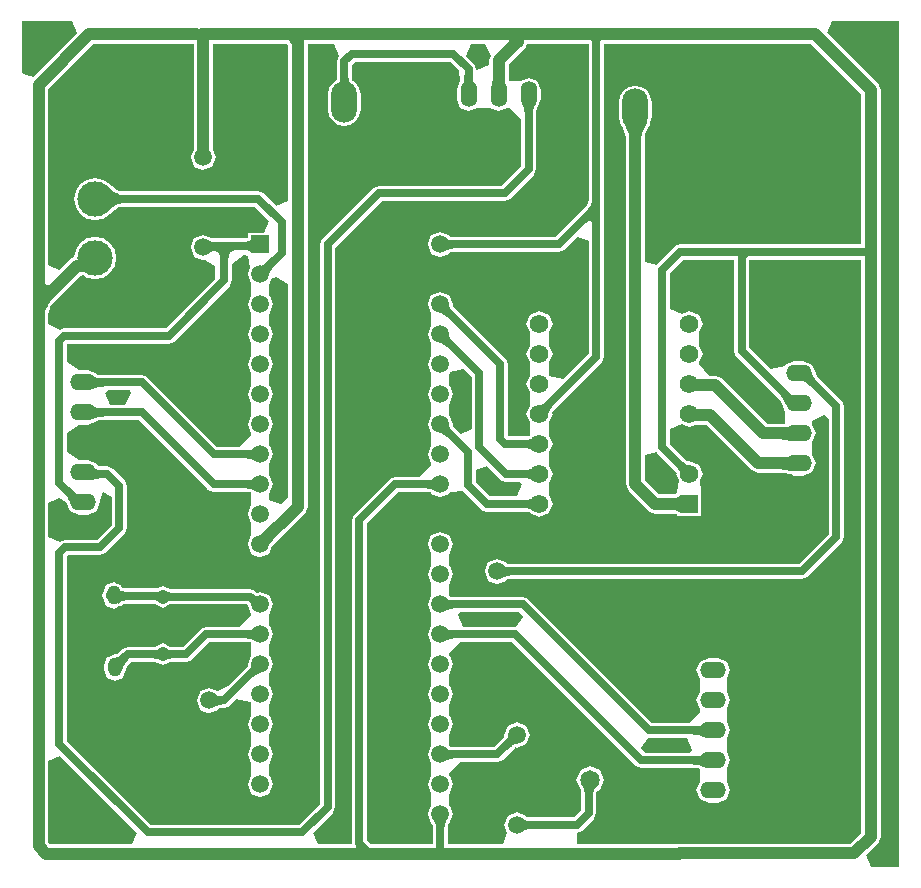
<source format=gbr>
%FSTAX23Y23*%
%MOIN*%
%SFA1B1*%

%IPPOS*%
%ADD10C,0.027559*%
%ADD11C,0.118110*%
%ADD12O,0.086614X0.137795*%
%ADD14C,0.059055*%
%ADD15C,0.065000*%
%ADD16R,0.065000X0.065000*%
%ADD17O,0.047244X0.062992*%
%ADD18C,0.047244*%
%ADD19R,0.059055X0.059055*%
%ADD20R,0.061417X0.061417*%
%ADD21C,0.061417*%
%ADD22C,0.059055*%
%ADD23C,0.039370*%
%ADD24O,0.055118X0.086614*%
%ADD25O,0.086614X0.055118*%
%LNpcb1_copper_signal_bot-1*%
%LPD*%
G36*
X04083Y03875D02*
X04083Y03869D01*
X04083Y03836*
X04056*
X04056Y03876*
X04083*
X04083Y03875*
G37*
G36*
X03718Y03828D02*
X03712Y03815D01*
Y03799*
X03673Y03781*
X03669Y03783*
Y03784*
X03662Y03802*
X03636Y03828*
X03653Y03867*
X037*
X03718Y03828*
G37*
G36*
X0234Y03905D02*
X02194Y03759D01*
X02167Y03765*
X02155Y03771*
Y03945*
X02323*
X0234Y03905*
G37*
G36*
X03243Y03762D02*
X03245Y03751D01*
X03245Y03746*
X03247Y03742*
X03248Y03739*
X0325Y03736*
X03252Y03735*
X03254Y03734*
X03257Y03733*
X03202*
X03205Y03734*
X03207Y03735*
X03209Y03736*
X03211Y03739*
X03212Y03742*
X03214Y03746*
X03214Y03751*
X03215Y03756*
X03216Y03762*
X03216Y03769*
X03243*
X03243Y03762*
G37*
G36*
X03658Y03762D02*
X03658Y03753D01*
X03659Y03749*
X0366Y03746*
X03661Y03742*
X03662Y03739*
X03664Y03736*
X03666Y03733*
X03667Y03731*
X03622*
X03623Y03733*
X03625Y03735*
X03626Y03738*
X03627Y03741*
X03628Y03745*
X03629Y03748*
X03629Y03752*
X0363Y03761*
X0363Y03766*
X03657Y03767*
X03658Y03762*
G37*
G36*
X03764Y03767D02*
X03766Y03739D01*
X03767Y03735*
X03768Y03731*
X03769Y03728*
X0377Y03726*
X03719*
X0372Y03728*
X03721Y03731*
X03722Y03735*
X03723Y03739*
X03724Y03748*
X03725Y0376*
X03725Y03774*
X03764*
X03764Y03767*
G37*
G36*
X03866Y03666D02*
X03864Y03663D01*
X03863Y03661*
X03862Y03657*
X03861Y03654*
X0386Y0365*
X03859Y03646*
X03858Y03637*
X03858Y03632*
X03831*
X03831Y03637*
X0383Y03646*
X03829Y0365*
X03828Y03654*
X03827Y03657*
X03826Y03661*
X03825Y03663*
X03823Y03666*
X03822Y03668*
X03867*
X03866Y03666*
G37*
G36*
X04235Y03598D02*
X04228Y03586D01*
X04226Y0358*
X04222Y03568*
X04221Y03563*
X0422Y03557*
X04219Y03551*
X04219Y03546*
X0418*
X0418Y03551*
X04179Y03557*
X04178Y03563*
X04177Y03568*
X04175Y03574*
X04173Y0358*
X04168Y03592*
X04164Y03598*
X04161Y03604*
X04238*
X04235Y03598*
G37*
G36*
X0278Y03511D02*
X02739D01*
X02739Y03511*
X02739Y03512*
X02739Y03513*
X0274Y03516*
X0274Y03526*
X0274Y03529*
X02779*
X0278Y03511*
G37*
G36*
X03042Y03863D02*
Y03344D01*
X03003Y03327*
X02961Y0337*
X02943Y03377*
X02484*
X02481Y03378*
X02477Y03379*
X02473Y03382*
X02469Y03384*
X02464Y03387*
X02454Y03395*
X02451Y03399*
X02449Y03401*
X02426Y03416*
X024Y03422*
X02373Y03416*
X0235Y03401*
X02334Y03378*
X02329Y03351*
X02334Y03324*
X0235Y03302*
X02373Y03286*
X024Y03281*
X02426Y03286*
X02449Y03302*
X02451Y03304*
X02454Y03307*
X02459Y03312*
X02464Y03315*
X02469Y03319*
X02473Y03321*
X02477Y03323*
X02481Y03325*
X02484Y03326*
X02932*
X02979Y03278*
X02963Y03239*
X0291*
Y03224*
X02909Y03223*
X02909Y03222*
X02909Y03222*
X02908Y03221*
X02907Y03221*
X02905Y0322*
X02789*
X0276Y03232*
X02729Y0322*
X02717Y0319*
X02729Y03159*
X0276Y03147*
X02764Y03149*
X02797Y03127*
X028Y03086*
X02634Y0292*
X02296*
X02282Y02915*
X02261Y02923*
X02243Y02934*
Y0297*
X02244Y02973*
X02245Y0298*
X02247Y02986*
X0225Y02991*
X02253Y02997*
X02255Y03*
X02351Y03096*
X02352*
X02359Y03099*
X02373Y03089*
X024Y03084*
X02426Y03089*
X02449Y03105*
X02465Y03128*
X0247Y03155*
X02465Y03181*
X02449Y03204*
X02426Y0322*
X024Y03225*
X02373Y0322*
X0235Y03204*
X02334Y03181*
X02329Y03157*
X02315Y03151*
X02279Y03115*
X02243Y0313*
Y03717*
X02393Y03867*
X02727*
Y03515*
X02719Y03496*
X02717Y0349*
X02729Y03459*
X0276Y03447*
X02784Y03457*
X0279Y03459*
X02802Y0349*
X02792Y03515*
Y03867*
X03038*
X03042Y03863*
G37*
G36*
X02447Y03387D02*
X02458Y03379D01*
X02463Y03375*
X02468Y03372*
X02473Y0337*
X02478Y03368*
X02483Y03366*
X02488Y03365*
X02492Y03365*
Y03338*
X02488Y03337*
X02483Y03336*
X02478Y03335*
X02473Y03333*
X02468Y03331*
X02463Y03328*
X02458Y03324*
X02452Y0332*
X02447Y03315*
X02442Y0331*
Y03393*
X02447Y03387*
G37*
G36*
X04083Y03325D02*
X04056Y03264D01*
X04056Y03269*
X04055Y03273*
X04054Y03276*
X04053Y03278*
X04051Y03279*
X04049Y0328*
X04046Y03279*
X04043Y03278*
X0404Y03275*
X04036Y03272*
Y03311*
X0404Y03315*
X04043Y03319*
X04046Y03323*
X04049Y03328*
X04051Y03332*
X04053Y03337*
X04054Y03342*
X04055Y03347*
X04056Y03352*
X04056Y03358*
X04083Y03325*
G37*
G36*
X04044Y03346D02*
X04043Y03344D01*
X04042Y0334*
X04041Y03336*
X04039Y03333*
X04037Y03329*
X04036Y03327*
X03934Y03225*
X03583*
X03583Y03225*
X03581Y03226*
X03581Y03226*
X0358Y0323*
X0355Y03242*
X03519Y0323*
X03507Y032*
X03519Y03169*
X0355Y03157*
X0358Y03169*
X03581Y03173*
X03581Y03173*
X03583Y03174*
X03583Y03174*
X03945*
X03963Y03181*
X04007Y03226*
X04044Y03211*
Y02835*
X03959Y02751*
X03913Y0276*
X03911Y02766*
Y02803*
X03912Y02808*
X03924Y02835*
X03912Y02861*
X03911Y02866*
Y02903*
X03912Y02908*
X03921Y02929*
X03924Y02935*
X03911Y02966*
X0388Y02979*
X03848Y02966*
X03835Y02935*
X03847Y02908*
X03848Y02903*
Y02866*
X03847Y02861*
X03835Y02835*
X03847Y02808*
X03848Y02803*
Y02766*
X03847Y02761*
X03835Y02735*
X03847Y02708*
X03848Y02703*
Y02666*
X03847Y02661*
X03835Y02635*
X03847Y02608*
X03848Y02603*
Y02566*
X03847Y02561*
X03846Y02561*
X03844Y02561*
X03843Y0256*
X03776*
X03775Y02561*
Y028*
X03768Y02818*
X03592Y02994*
X03591Y02994*
X03591Y02996*
X03591Y02996*
X03592Y03*
X0358Y0303*
X03574Y03032*
X0355Y03042*
X03519Y0303*
X03507Y03*
X03518Y02972*
X03519Y02969*
Y0293*
X03518Y02927*
X03507Y029*
X03518Y02872*
X03519Y02869*
Y0283*
X03518Y02827*
X03507Y028*
X03518Y02772*
X03519Y02769*
Y0273*
X03518Y02727*
X03507Y027*
X03518Y02672*
X03519Y02669*
Y0263*
X03518Y02627*
X03507Y026*
X03518Y02572*
X03519Y02569*
Y0253*
X03518Y02527*
X03507Y025*
X03518Y02472*
X03519Y02469*
Y02463*
X03483Y02425*
X034*
X03381Y02418*
X03261Y02298*
X03254Y0228*
Y01203*
X03252Y012*
X03142*
X03126Y01239*
X03193Y01306*
X032Y01325*
Y03189*
X03355Y03344*
X03765*
X03783Y03351*
X03863Y03431*
X0387Y0345*
Y03647*
X0387Y03648*
X03871Y03651*
X03872Y03654*
X03872Y03655*
X03873Y03655*
X03885Y03684*
Y03715*
X03873Y03744*
X03845Y03756*
X03816Y03744*
X03777Y03745*
Y03801*
X03824Y03848*
X03832Y03852*
X03839Y03867*
X04044*
Y03346*
G37*
G36*
X03572Y03219D02*
X03574Y03218D01*
X03575Y03217*
X03577Y03216*
X0358Y03215*
X03582Y03214*
X03585Y03214*
X03587Y03214*
X0359Y03213*
X03593Y03213*
Y03186*
X0359Y03186*
X03585Y03185*
X03582Y03185*
X0358Y03184*
X03577Y03183*
X03575Y03182*
X03574Y03181*
X03572Y0318*
X03571Y03179*
Y0322*
X03572Y03219*
G37*
G36*
X0292Y0317D02*
X0292Y03172D01*
X02919Y03174*
X02918Y03176*
X02916Y03177*
X02913Y03178*
X0291Y03179*
X02907Y0318*
X02902Y0318*
X02898Y03181*
X02893Y03181*
Y03208*
X02898Y03208*
X02902Y03209*
X02907Y0321*
X0291Y0321*
X02913Y03212*
X02916Y03213*
X02918Y03215*
X02919Y03217*
X0292Y03219*
X0292Y03222*
X0292Y0317*
G37*
G36*
X02778Y03212D02*
X0278Y03212D01*
X02782Y03211*
X02784Y0321*
X02786Y0321*
X02789Y03209*
X02794Y03208*
X02797Y03208*
X028Y03208*
X02803Y03191*
X0283Y03208*
X02871Y03181*
X02866Y0318*
X02861Y0318*
X02857Y03178*
X02853Y03176*
X0285Y03174*
X02848Y03171*
X02846Y03167*
X02844Y03163*
X02844Y03158*
X02843Y03153*
X02816*
X02815Y03158*
X02815Y03163*
X02813Y03167*
X02811Y03171*
X02809Y03174*
X02806Y03176*
X02802Y03178*
X02798Y0318*
X02796Y0318*
X02794Y03179*
X02792Y03179*
X0279Y03178*
X02788Y03177*
X02786Y03176*
X02785Y03174*
X02784Y03173*
X02777Y03213*
X02778Y03212*
G37*
G36*
X04952Y03701D02*
Y032D01*
X0435*
X04331Y03193*
X04271Y03133*
X04271Y03132*
X04232Y0314*
Y03561*
X04233Y03566*
X04236Y03576*
X04238Y03582*
X04244Y03593*
X04247Y03599*
X04248Y036*
X0425Y03603*
X04254Y03624*
Y03675*
X0425Y03696*
X04238Y03714*
X0422Y03725*
X042Y03729*
X04179Y03725*
X04161Y03714*
X04149Y03696*
X04145Y03675*
Y03624*
X04149Y03603*
X04151Y036*
X04152Y03599*
X04155Y03593*
X04158Y03587*
X04163Y03576*
X04165Y03571*
X04166Y03566*
X04167Y03561*
Y024*
X04177Y02377*
X04242Y02312*
X04265Y02302*
X04333*
X04336Y02302*
X04338Y02301*
X04339Y02301*
Y02294*
X04349Y02293*
X0435Y02293*
X04351Y02293*
X04352Y02294*
X0442*
Y02365*
Y02375*
X04415Y02415*
X04424Y02435*
X04411Y02466*
X0438Y02479*
X04375Y02477*
X04375Y02477*
X04373Y02478*
X04372Y02478*
X04315Y02535*
Y02585*
X04355Y02601*
X0438Y0259*
X04398Y02598*
X04435*
X04587Y02447*
X0461Y02437*
X04701*
X04704Y02437*
X04707Y02436*
X0471Y02436*
X04712Y02435*
X04714Y02434*
X04716Y02434*
X04718Y02433*
X04718Y02433*
X04729Y02429*
X0476*
X04789Y02441*
X04801Y0247*
X04789Y02498*
X04789Y02498*
Y02541*
X04789Y02541*
X04801Y0257*
X04789Y02598*
X04789Y02598*
Y02611*
X04828Y0263*
X04844Y02617*
Y02235*
X04744Y02135*
X03773*
X03773Y02135*
X03771Y02136*
X03771Y02136*
X0377Y0214*
X0374Y02152*
X03709Y0214*
X03697Y0211*
X03709Y02079*
X0374Y02067*
X0377Y02079*
X03771Y02083*
X03771Y02083*
X03773Y02084*
X03773Y02084*
X04755*
X04773Y02091*
X04888Y02206*
X04895Y02225*
Y0266*
X04888Y02678*
X04804Y02762*
X04804Y02763*
X04802Y02765*
X04801Y02768*
X048Y02768*
X04801Y0277*
X04789Y02798*
X0476Y0281*
X04729*
X047Y02798*
X04698Y02793*
X04652Y02783*
X0458Y02854*
Y03148*
X04581Y03149*
X04952*
Y01238*
X04916Y01202*
X04348*
X04344Y012*
X04006*
X04005Y01239*
X04023Y01246*
X04063Y01286*
X0407Y01305*
Y01373*
X0407Y01373*
X04071Y01374*
X04071Y01376*
X04072Y01377*
X04073Y01378*
X04074Y01378*
X04074Y01379*
X04082Y01382*
X04096Y01415*
X04082Y01447*
X0405Y01461*
X04017Y01447*
X04003Y01415*
X04017Y01382*
X04018Y01381*
X04018Y01381*
X04019Y01379*
Y01315*
X03994Y0129*
X03838*
X03838Y0129*
X03836Y01291*
X03836Y01291*
X03835Y01295*
X03805Y01307*
X03774Y01295*
X03762Y01265*
X03772Y01239*
X03757Y012*
X03575*
Y01266*
X03575Y01266*
X03576Y01268*
X03576Y01268*
X0358Y01269*
X03592Y013*
X03581Y01327*
X0358Y0133*
Y01369*
X03581Y01372*
X03592Y014*
X03581Y01427*
X0358Y0143*
Y01436*
X03616Y01474*
X0374*
X03758Y01481*
X03799Y01522*
X03799Y01523*
X03801Y01523*
X03801Y01523*
X03805Y01522*
X03835Y01534*
X03837Y0154*
X03847Y01565*
X03835Y01595*
X03805Y01607*
X03774Y01595*
X03762Y01565*
X03763Y01561*
X03763Y01561*
X03763Y01559*
X03762Y01559*
X03729Y01525*
X03583*
X03583Y01525*
X03581Y01526*
X03581Y01526*
X0358Y0153*
Y01569*
X03581Y01572*
X03592Y016*
X03581Y01627*
X0358Y0163*
Y01669*
X03581Y01672*
X03592Y017*
X03581Y01727*
X0358Y0173*
Y01769*
X03581Y01772*
X03592Y018*
X03581Y01827*
X0358Y0183*
Y01836*
X03616Y01874*
X03789*
X04201Y01461*
X0422Y01454*
X04407*
X04408Y01454*
X04411Y01453*
X04414Y01452*
X04415Y01452*
X04415Y01451*
X04415Y01451*
Y01408*
X04415Y01408*
X04406Y01387*
X04403Y0138*
X04415Y01351*
X04444Y01339*
X04475*
X04504Y01351*
X04516Y0138*
X04504Y01408*
X04504Y01408*
Y01451*
X04504Y01451*
X04516Y0148*
X04504Y01508*
X04504Y01508*
Y01551*
X04504Y01551*
X04516Y0158*
X04504Y01608*
X04504Y01608*
Y01651*
X04504Y01651*
X04516Y0168*
X04504Y01708*
X04504Y01708*
Y01751*
X04504Y01751*
X04513Y01772*
X04516Y0178*
X04504Y01808*
X04475Y0182*
X04444*
X04415Y01808*
X04403Y0178*
X04415Y01751*
X04415Y01751*
Y01708*
X04415Y01708*
X04403Y0168*
X04415Y01651*
X04415Y01651*
Y01641*
X04377Y01605*
X04255*
X03843Y02018*
X03825Y02025*
X03583*
X03583Y02025*
X03581Y02026*
X03581Y02026*
X03581Y02027*
X0358Y02032*
Y02069*
X03581Y02072*
X03592Y021*
X03581Y02127*
X0358Y0213*
Y02169*
X03581Y02172*
X0359Y02193*
X03592Y022*
X0358Y0223*
X0355Y02242*
X03519Y0223*
X03507Y022*
X03518Y02172*
X03519Y02169*
Y0213*
X03518Y02127*
X03507Y021*
X03518Y02072*
X03519Y02069*
Y0203*
X03518Y02027*
X03507Y02*
X03518Y01972*
X03519Y01969*
Y0193*
X03518Y01927*
X03507Y019*
X03518Y01872*
X03519Y01869*
Y0183*
X03518Y01827*
X03507Y018*
X03518Y01772*
X03519Y01769*
Y0173*
X03518Y01727*
X03507Y017*
X03518Y01672*
X03519Y01669*
Y0163*
X03518Y01627*
X03507Y016*
X03518Y01572*
X03519Y01569*
Y0153*
X03518Y01527*
X03507Y015*
X03518Y01472*
X03519Y01469*
Y0143*
X03518Y01427*
X03507Y014*
X03518Y01372*
X03519Y01369*
Y0133*
X03518Y01327*
X03509Y01306*
X03507Y013*
X03519Y01269*
X03523Y01268*
X03523Y01268*
X03524Y01266*
X03524Y01266*
Y012*
X03319*
X03305Y01213*
Y02269*
X0341Y02374*
X03516*
X03516Y02374*
X03518Y02373*
X03518Y02373*
X03519Y02369*
X0355Y02357*
X0358Y02369*
X03582Y02376*
X03624Y02379*
X03686Y02316*
X03705Y02309*
X03843*
X03844Y02308*
X03846Y02308*
X03847Y02308*
X03848Y02303*
X0388Y0229*
X03911Y02303*
X03913Y02309*
X03924Y02335*
X03911Y02366*
Y02403*
X03924Y02435*
X03912Y02461*
X03911Y02466*
Y02503*
X03912Y02508*
X03924Y02535*
X03912Y02561*
X03911Y02566*
Y02603*
X03912Y02608*
X03924Y02635*
X03922Y02639*
X03922Y02639*
X03923Y02641*
X03923Y02642*
X04088Y02806*
X04095Y02825*
Y03325*
Y03867*
X04786*
X04952Y03701*
G37*
G36*
X0299Y03121D02*
X02988Y03119D01*
X02984Y03114*
X02983Y03112*
X02982Y0311*
X02981Y03108*
X0298Y03106*
X02979Y03104*
X02979Y03102*
X02979Y031*
X0295Y03129*
X02952Y03129*
X02954Y03129*
X02956Y0313*
X02958Y03131*
X0296Y03132*
X02962Y03133*
X02964Y03134*
X02966Y03136*
X02969Y03138*
X02971Y0314*
X0299Y03121*
G37*
G36*
X03579Y02997D02*
X03579Y02995D01*
X0358Y02993*
X03581Y02991*
X03582Y02989*
X03583Y02987*
X03584Y02985*
X03586Y02983*
X03588Y0298*
X0359Y02978*
X03571Y02959*
X03569Y02961*
X03564Y02965*
X03562Y02966*
X0356Y02967*
X03558Y02968*
X03556Y02969*
X03554Y0297*
X03552Y0297*
X0355Y0297*
X03579Y02999*
X03579Y02997*
G37*
G36*
X02231Y03081D02*
X02232Y03075D01*
X02233Y0307*
X02235Y03067*
X02237Y03065*
X02241Y03065*
X02244Y03066*
X02248Y03068*
X02253Y03071*
X02258Y03076*
Y0302*
X02253Y03015*
X02248Y03009*
X02244Y03003*
X02241Y02996*
X02237Y0299*
X02235Y02983*
X02233Y02976*
X02232Y02969*
X02231Y02961*
X0223Y02953*
X02191Y03001*
X0223Y03088*
X02231Y03081*
G37*
G36*
X03579Y02897D02*
X03579Y02895D01*
X0358Y02893*
X03581Y02891*
X03582Y02889*
X03583Y02887*
X03584Y02885*
X03586Y02883*
X03588Y0288*
X0359Y02878*
X03571Y02859*
X03569Y02861*
X03564Y02865*
X03562Y02866*
X0356Y02867*
X03558Y02868*
X03556Y02869*
X03554Y0287*
X03552Y0287*
X0355Y0287*
X03579Y02899*
X03579Y02897*
G37*
G36*
X04788Y02772D02*
X04789Y02769D01*
X0479Y02766*
X04791Y02763*
X04793Y0276*
X04795Y02757*
X04797Y02753*
X04803Y02746*
X04806Y02743*
X04787Y02723*
X04781Y02729*
X04772Y02737*
X04768Y0274*
X04764Y02742*
X0476Y02743*
X04757Y02744*
X04754Y02744*
X04751Y02743*
X04749Y02742*
X04787Y02775*
X04788Y02772*
G37*
G36*
X02393Y02761D02*
X02396Y02759D01*
X02398Y02758*
X02402Y02757*
X02405Y02756*
X02409Y02755*
X02413Y02754*
X02422Y02753*
X02427Y02753*
Y02726*
X02422Y02726*
X02413Y02725*
X02409Y02724*
X02405Y02723*
X02402Y02722*
X02398Y02721*
X02396Y0272*
X02393Y02718*
X02391Y02717*
Y02762*
X02393Y02761*
G37*
G36*
X04405Y02752D02*
X04406Y02752D01*
X04407Y02751*
X04408Y02751*
X0441Y02751*
X04415Y0275*
X04421Y0275*
X04424Y0275*
X04417Y02711*
X04398Y0271*
X04404Y02753*
X04405Y02752*
G37*
G36*
X0252Y02705D02*
X02499Y02665D01*
X02448*
X02432Y02705*
X02442Y02714*
X02514*
X0252Y02705*
G37*
G36*
X04708Y0271D02*
X04717Y02702D01*
X04721Y02699*
X04725Y02697*
X04729Y02696*
X04732Y02695*
X04735Y02695*
X04738Y02696*
X0474Y02697*
X04702Y02664*
X04701Y02667*
X047Y0267*
X04699Y02673*
X04698Y02676*
X04696Y02679*
X04694Y02682*
X04692Y02686*
X04686Y02693*
X04683Y02696*
X04702Y02716*
X04708Y0271*
G37*
G36*
X03922Y02657D02*
X03919Y02655D01*
X03918Y02653*
X03916Y0265*
X03914Y02648*
X03913Y02646*
X03912Y02644*
X03911Y02641*
X03911Y02639*
X0391Y02637*
X0391Y02635*
X0388Y02665*
X03882Y02665*
X03884Y02666*
X03886Y02666*
X03889Y02667*
X03891Y02668*
X03893Y02669*
X03895Y02671*
X03898Y02673*
X039Y02674*
X03902Y02677*
X03922Y02657*
G37*
G36*
X02393Y02661D02*
X02396Y02659D01*
X02398Y02658*
X02402Y02657*
X02405Y02656*
X02409Y02655*
X02413Y02654*
X02422Y02653*
X02427Y02653*
Y02626*
X02422Y02626*
X02413Y02625*
X02409Y02624*
X02405Y02623*
X02402Y02622*
X02398Y02621*
X02396Y0262*
X02393Y02618*
X02391Y02617*
Y02662*
X02393Y02661*
G37*
G36*
X04405Y02652D02*
X04406Y02652D01*
X04407Y02651*
X04408Y02651*
X0441Y02651*
X04415Y0265*
X04421Y0265*
X04424Y0265*
X04417Y02611*
X04398Y0261*
X04404Y02653*
X04405Y02652*
G37*
G36*
X04529Y02844D02*
X04536Y02826D01*
X04685Y02677*
X04685Y02676*
X04688Y0267*
X04688Y0267*
X047Y02641*
X047Y02641*
X047Y02641*
X04699Y02604*
X04699Y02602*
X0464*
X04488Y02753*
X04466Y02762*
X04445*
X04411Y02801*
Y02803*
X04412Y02808*
X04424Y02835*
X04412Y02861*
X04411Y02866*
Y02903*
X04412Y02908*
X04421Y02929*
X04424Y02935*
X04411Y02966*
X0438Y02979*
X04355Y02968*
X04315Y02984*
Y03104*
X0436Y03149*
X04529*
Y02844*
G37*
G36*
X03654Y02757D02*
Y02583D01*
X03617Y02568*
X03592Y02594*
X03591Y02594*
X03591Y02596*
X03591Y02596*
X03592Y026*
X0358Y0263*
Y02669*
X03581Y02672*
X03592Y027*
X03581Y02727*
X0358Y0273*
Y02769*
X03581Y02772*
X03582Y02775*
X03625Y02783*
X03654Y02757*
G37*
G36*
X03579Y02597D02*
X03579Y02595D01*
X0358Y02593*
X03581Y02591*
X03582Y02589*
X03583Y02587*
X03584Y02585*
X03586Y02583*
X03588Y0258*
X0359Y02578*
X03571Y02559*
X03569Y02561*
X03564Y02565*
X03562Y02566*
X0356Y02567*
X03558Y02568*
X03556Y02569*
X03554Y0257*
X03552Y0257*
X0355Y0257*
X03579Y02599*
X03579Y02597*
G37*
G36*
X04718Y02544D02*
X04716Y02545D01*
X04713Y02546*
X04709Y02547*
X04705Y02548*
X04696Y02549*
X04684Y0255*
X0467Y0255*
Y02589*
X04677Y02589*
X04705Y02591*
X04709Y02592*
X04713Y02593*
X04716Y02594*
X04718Y02595*
Y02544*
G37*
G36*
X0291Y0316D02*
X02915Y03121D01*
X02907Y031*
X02918Y03072*
X02919Y03069*
Y0303*
X02918Y03027*
X02907Y03*
X02918Y02972*
X02919Y02969*
Y0293*
X02918Y02927*
X02907Y029*
X02918Y02872*
X02919Y02869*
Y0283*
X02918Y02827*
X02907Y028*
X02918Y02772*
X02919Y02769*
Y0273*
X02918Y02727*
X02907Y027*
X02918Y02672*
X02919Y02669*
Y0263*
X02918Y02627*
X02907Y026*
X02918Y02572*
X02919Y02569*
Y02563*
X02882Y02525*
X02805*
X02573Y02758*
X02555Y02765*
X02412*
X02411Y02765*
X02408Y02766*
X02405Y02767*
X02404Y02767*
X02404Y02768*
X02375Y0278*
X02344*
X02305Y02807*
Y02868*
X02306Y02869*
X02645*
X02663Y02876*
X02848Y03061*
X02855Y0308*
Y03136*
X02894Y03164*
X0291Y0316*
G37*
G36*
X03858Y02513D02*
X03856Y02514D01*
X03854Y02516*
X03852Y02517*
X0385Y02518*
X03848Y02519*
X03845Y02519*
X03843Y0252*
X0384Y0252*
X03837Y02521*
X03834Y02521*
Y02548*
X03837Y02548*
X0384Y02549*
X03843Y02549*
X03845Y0255*
X03848Y0255*
X0385Y02551*
X03852Y02552*
X03854Y02553*
X03856Y02555*
X03858Y02556*
Y02513*
G37*
G36*
X02928Y02479D02*
X02927Y0248D01*
X02925Y02481*
X02924Y02482*
X02922Y02483*
X02919Y02484*
X02917Y02485*
X02914Y02485*
X02912Y02485*
X02909Y02486*
X02906Y02486*
Y02513*
X02909Y02513*
X02914Y02514*
X02917Y02514*
X02919Y02515*
X02922Y02516*
X02924Y02517*
X02925Y02518*
X02927Y02519*
X02928Y0252*
Y02479*
G37*
G36*
X04718Y02444D02*
X04716Y02445D01*
X04713Y02446*
X04709Y02447*
X04705Y02448*
X04696Y02449*
X04684Y0245*
X0467Y0245*
Y02489*
X04677Y02489*
X04705Y02491*
X04709Y02492*
X04713Y02493*
X04716Y02494*
X04718Y02495*
Y02444*
G37*
G36*
X04359Y02474D02*
X04361Y02473D01*
X04364Y02471*
X04366Y02469*
X04368Y02468*
X0437Y02467*
X04373Y02466*
X04375Y02466*
X04377Y02465*
X04379Y02465*
X04349Y02435*
X04349Y02437*
X04348Y02439*
X04348Y02441*
X04347Y02444*
X04346Y02446*
X04345Y02448*
X04343Y0245*
X04341Y02453*
X0434Y02455*
X04337Y02457*
X04357Y02477*
X04359Y02474*
G37*
G36*
X02391Y02459D02*
X02392Y02457D01*
X02394Y02455*
X02397Y02453*
X024Y02451*
X02404Y0245*
X02409Y02449*
X02415Y02449*
X02421Y02448*
X02429Y02448*
X02423Y0242*
X02418Y0242*
X02405Y02419*
X02401Y02419*
X02394Y02417*
X02391Y02416*
X02388Y02415*
X02386Y02414*
X02391Y02462*
X02391Y02459*
G37*
G36*
X03858Y02413D02*
X03856Y02414D01*
X03854Y02416*
X03852Y02417*
X0385Y02418*
X03848Y02419*
X03845Y02419*
X03843Y0242*
X0384Y0242*
X03837Y02421*
X03834Y02421*
Y02448*
X03837Y02448*
X0384Y02449*
X03843Y02449*
X03845Y0245*
X03848Y0245*
X0385Y02451*
X03852Y02452*
X03854Y02453*
X03856Y02455*
X03858Y02456*
Y02413*
G37*
G36*
X03528Y02379D02*
X03527Y0238D01*
X03525Y02381*
X03524Y02382*
X03522Y02383*
X03519Y02384*
X03517Y02385*
X03514Y02385*
X03512Y02385*
X03509Y02386*
X03506Y02386*
Y02413*
X03509Y02413*
X03514Y02414*
X03517Y02414*
X03519Y02415*
X03522Y02416*
X03524Y02417*
X03525Y02418*
X03527Y02419*
X03528Y0242*
Y02379*
G37*
G36*
X02928D02*
X02927Y0238D01*
X02925Y02381*
X02924Y02382*
X02922Y02383*
X02919Y02384*
X02917Y02385*
X02914Y02385*
X02912Y02385*
X02909Y02386*
X02906Y02386*
Y02413*
X02909Y02413*
X02914Y02414*
X02917Y02414*
X02919Y02415*
X02922Y02416*
X02924Y02417*
X02925Y02418*
X02927Y02419*
X02928Y0242*
Y02379*
G37*
G36*
X04271Y02506D02*
X04336Y02442D01*
X04336Y02441*
X04337Y02439*
X04337Y02439*
X04335Y02435*
X04344Y02415*
X04339Y02376*
X04334Y02367*
X04333Y02367*
X04278*
X04232Y02413*
Y02499*
X04271Y02507*
X04271Y02506*
G37*
G36*
X03749Y02416D02*
X03768Y02409D01*
X03815*
X03823Y024*
X03806Y0236*
X03715*
X03668Y02408*
Y02447*
X03704Y02462*
X03749Y02416*
G37*
G36*
X02323Y0238D02*
X02332Y02372D01*
X02336Y02369*
X0234Y02367*
X02344Y02366*
X02347Y02365*
X0235Y02365*
X02353Y02366*
X02355Y02367*
X02317Y02334*
X02316Y02337*
X02315Y0234*
X02314Y02343*
X02313Y02346*
X02311Y02349*
X02309Y02352*
X02307Y02356*
X02301Y02363*
X02298Y02366*
X02317Y02386*
X02323Y0238*
G37*
G36*
X03042Y03069D02*
Y02354D01*
X03019Y02334*
X0298Y02348*
Y02369*
X02992Y024*
X0298Y0243*
Y02469*
X02992Y025*
X02981Y02527*
X0298Y0253*
Y02569*
X02981Y02572*
X02992Y026*
X02981Y02627*
X0298Y0263*
Y02669*
X02981Y02672*
X02992Y027*
X02981Y02727*
X0298Y0273*
Y02769*
X02981Y02772*
X02992Y028*
X02981Y02827*
X0298Y0283*
Y02869*
X02981Y02872*
X02992Y029*
X02981Y02927*
X0298Y0293*
Y02969*
X02981Y02972*
X02992Y03*
X02981Y03027*
X0298Y0303*
Y03069*
X02981Y03072*
X02985Y03083*
X03003Y03092*
X03042Y03069*
G37*
G36*
X03858Y02313D02*
X03856Y02314D01*
X03854Y02316*
X03852Y02317*
X0385Y02318*
X03848Y02319*
X03845Y02319*
X03843Y0232*
X0384Y0232*
X03837Y02321*
X03834Y02321*
Y02348*
X03837Y02348*
X0384Y02349*
X03843Y02349*
X03845Y0235*
X03848Y0235*
X0385Y02351*
X03852Y02352*
X03854Y02353*
X03856Y02355*
X03858Y02356*
Y02313*
G37*
G36*
X04349Y02304D02*
X04349Y02306D01*
X04347Y02308*
X04345Y02309*
X04343Y02311*
X04339Y02312*
X04335Y02313*
X0433Y02314*
X04324Y02314*
X0431Y02315*
Y02354*
X04317Y02354*
X0433Y02355*
X04335Y02356*
X04339Y02357*
X04343Y02358*
X04345Y0236*
X04347Y02361*
X04349Y02363*
X04349Y02365*
Y02304*
G37*
G36*
X02454Y02358D02*
Y02265D01*
X02404Y02215*
X023*
X02281Y02208*
X02243Y02225*
Y02338*
X0228Y02355*
X02303Y0234*
X02315Y02311*
X02344Y02299*
X02375*
X02404Y02311*
X02416Y0234*
X02414Y02344*
X02426Y02376*
X02454Y02358*
G37*
G36*
X02992Y02214D02*
X02979Y022D01*
X0295Y02229*
X0295Y02229*
X02951Y0223*
X02952Y0223*
X02954Y02232*
X02961Y02239*
X02964Y02242*
X02992Y02214*
G37*
G36*
X03212Y03828D02*
X03211Y03828D01*
X03204Y0381*
Y03752*
X03203Y03749*
X03202Y03746*
X03202Y03746*
X03195Y03741*
X03194Y03741*
X03194Y03741*
X03191Y03739*
X03179Y03721*
X03175Y037*
Y03649*
X03179Y03628*
X03191Y0361*
X03209Y03599*
X0323Y03595*
X0325Y03599*
X03268Y0361*
X0328Y03628*
X03284Y03649*
Y037*
X0328Y03721*
X03268Y03739*
X03265Y03741*
X03265Y03741*
X03264Y03741*
X03257Y03746*
X03257Y03746*
X03256Y03749*
X03255Y03752*
Y03799*
X03265Y03809*
X03583*
X03611Y03781*
X03616Y03744*
X03613Y03737*
X03613Y03737*
X03613Y03737*
X03604Y03715*
Y03684*
X03616Y03655*
X03645Y03643*
X03673Y03655*
X03673Y03655*
X03716*
X03716Y03655*
X03745Y03643*
X03773Y03655*
X03783*
X03819Y03617*
Y0346*
X03754Y03395*
X03345*
X03326Y03388*
X03156Y03218*
X03149Y032*
Y01335*
X03079Y01265*
X02585*
X02305Y01545*
Y02159*
X0231Y02164*
X02415*
X02433Y02171*
X02498Y02236*
X02505Y02255*
Y02395*
X02498Y02413*
X02458Y02452*
X0244Y0246*
X02411*
X02407Y02461*
X02404Y02468*
X02375Y0248*
X02344*
X02305Y02507*
Y02572*
X02344Y02599*
X02375*
X02404Y02611*
X02404Y02612*
X02405Y02612*
X02408Y02613*
X02411Y02614*
X02412Y02614*
X02544*
X02776Y02381*
X02795Y02374*
X02916*
X02916Y02374*
X02918Y02373*
X02918Y02373*
X02918Y02372*
X02919Y02367*
Y0233*
X02907Y023*
X02918Y02272*
X02919Y02267*
Y0223*
X02907Y022*
X02919Y02169*
X02943Y02159*
X0295Y02157*
X0298Y02169*
X0299Y02195*
X03097Y02302*
X03107Y02325*
Y03867*
X03195*
X03212Y03828*
G37*
G36*
X03762Y02129D02*
X03764Y02128D01*
X03765Y02127*
X03767Y02126*
X0377Y02125*
X03772Y02124*
X03775Y02124*
X03777Y02124*
X0378Y02123*
X03783Y02123*
Y02096*
X0378Y02096*
X03775Y02095*
X03772Y02095*
X0377Y02094*
X03767Y02093*
X03765Y02092*
X03764Y02091*
X03762Y0209*
X03761Y02089*
Y0213*
X03762Y02129*
G37*
G36*
X03572Y02019D02*
X03574Y02018D01*
X03575Y02017*
X03577Y02016*
X0358Y02015*
X03582Y02014*
X03585Y02014*
X03587Y02014*
X0359Y02013*
X03593Y02013*
Y01986*
X0359Y01986*
X03585Y01985*
X03582Y01985*
X0358Y01984*
X03577Y01983*
X03575Y01982*
X03574Y01981*
X03572Y0198*
X03571Y01979*
Y0202*
X03572Y02019*
G37*
G36*
X03826Y01957D02*
X03802Y01924D01*
X038Y01925*
X03624*
X03607Y01965*
X03616Y01974*
X03812*
X03826Y01957*
G37*
G36*
X03572Y01919D02*
X03574Y01918D01*
X03575Y01917*
X03577Y01916*
X0358Y01915*
X03582Y01914*
X03585Y01914*
X03587Y01914*
X0359Y01913*
X03593Y01913*
Y01886*
X0359Y01886*
X03585Y01885*
X03582Y01885*
X0358Y01884*
X03577Y01883*
X03575Y01882*
X03574Y01881*
X03572Y0188*
X03571Y01879*
Y0192*
X03572Y01919*
G37*
G36*
X04428Y01557D02*
X04426Y01558D01*
X04423Y0156*
X04421Y01561*
X04417Y01562*
X04414Y01563*
X0441Y01564*
X04406Y01565*
X04397Y01566*
X04392Y01566*
Y01593*
X04397Y01593*
X04406Y01594*
X0441Y01595*
X04414Y01596*
X04417Y01597*
X04421Y01598*
X04423Y01599*
X04426Y01601*
X04428Y01602*
Y01557*
G37*
G36*
X03804Y01535D02*
X03802Y01535D01*
X038Y01535*
X03798Y01534*
X03796Y01533*
X03794Y01532*
X03792Y01531*
X0379Y0153*
X03788Y01528*
X03785Y01526*
X03783Y01524*
X03764Y01543*
X03766Y01545*
X0377Y0155*
X03771Y01552*
X03772Y01554*
X03773Y01556*
X03774Y01558*
X03775Y0156*
X03775Y01562*
X03775Y01564*
X03804Y01535*
G37*
G36*
X04245Y01554D02*
X04371D01*
X04387Y01514*
X04377Y01505*
X04232*
X04218Y01522*
X04242Y01555*
X04245Y01554*
G37*
G36*
X03572Y01519D02*
X03574Y01518D01*
X03575Y01517*
X03577Y01516*
X0358Y01515*
X03582Y01514*
X03585Y01514*
X03587Y01514*
X0359Y01513*
X03593Y01513*
Y01486*
X0359Y01486*
X03585Y01485*
X03582Y01485*
X0358Y01484*
X03577Y01483*
X03575Y01482*
X03574Y01481*
X03572Y0148*
X03571Y01479*
Y0152*
X03572Y01519*
G37*
G36*
X04428Y01457D02*
X04426Y01458D01*
X04423Y0146*
X04421Y01461*
X04417Y01462*
X04414Y01463*
X0441Y01464*
X04406Y01465*
X04397Y01466*
X04392Y01466*
Y01493*
X04397Y01493*
X04406Y01494*
X0441Y01495*
X04414Y01496*
X04417Y01497*
X04421Y01498*
X04423Y01499*
X04426Y01501*
X04428Y01502*
Y01457*
G37*
G36*
X04068Y01388D02*
X04066Y01387D01*
X04065Y01385*
X04063Y01383*
X04062Y01381*
X04061Y01378*
X0406Y01376*
X04059Y01373*
X04059Y0137*
X04058Y01367*
X04058Y01364*
X04031Y01368*
X04031Y01372*
X0403Y01378*
X0403Y01381*
X04029Y01384*
X04028Y01386*
X04027Y01389*
X04026Y01391*
X04025Y01393*
X04023Y01395*
X04068Y01388*
G37*
G36*
X03569Y01277D02*
X03568Y01275D01*
X03567Y01274*
X03566Y01272*
X03565Y01269*
X03564Y01267*
X03564Y01264*
X03564Y01262*
X03563Y01259*
X03563Y01256*
X03536*
X03536Y01259*
X03535Y01264*
X03535Y01267*
X03534Y01269*
X03533Y01272*
X03532Y01274*
X03531Y01275*
X0353Y01277*
X03529Y01278*
X0357*
X03569Y01277*
G37*
G36*
X03827Y01284D02*
X03829Y01283D01*
X0383Y01282*
X03832Y01281*
X03835Y0128*
X03837Y01279*
X0384Y01279*
X03842Y01279*
X03845Y01278*
X03848Y01278*
Y01251*
X03845Y01251*
X0384Y0125*
X03837Y0125*
X03835Y01249*
X03832Y01248*
X0383Y01247*
X03829Y01246*
X03827Y01245*
X03826Y01244*
Y01285*
X03827Y01284*
G37*
G36*
X02538Y01239D02*
X02522Y012D01*
X0225*
X02243Y01207*
Y01479*
X02282Y01495*
X02538Y01239*
G37*
G36*
X03316Y01187D02*
X03303Y01174D01*
X03315Y01168*
Y01148*
X03236Y01187*
X0325Y01188*
X0326Y01188*
X03264Y01189*
X03267Y01189*
X03269Y0119*
X0327Y01191*
X0327Y01192*
X0327Y01193*
X03289Y01212*
X03316Y01187*
G37*
G36*
X0508Y01125D02*
X04986D01*
X04969Y01164*
X05007Y01202*
X05017Y01225*
Y03185*
Y03715*
X05007Y03737*
X04839Y03905*
X04856Y03945*
X0508*
Y01125*
G37*
%LNpcb1_copper_signal_bot-2*%
%LPC*%
G36*
X02461Y02074D02*
X02435Y02063D01*
X02435Y02063*
X02424Y02037*
Y02037*
X02421Y0203*
X02424Y02022*
Y02022*
X02435Y01996*
X02461Y01985*
X0248Y01993*
X0248Y01993*
X0248Y01993*
X02486Y01996*
X02487Y01998*
X02488Y01998*
X02491Y01999*
X02493Y02001*
X02496Y02001*
X02499Y02002*
X02598*
X02599Y02*
X02625Y01989*
X0265Y02*
X02904*
X02908Y01996*
X02919Y01969*
Y01963*
X02882Y01925*
X0277*
X02751Y01918*
X02693Y01859*
X0265*
X02625Y0187*
X02599Y01859*
X02507*
X02489Y01852*
X02475Y01838*
X02474Y01837*
X02471Y01835*
X02469Y01834*
X02467Y01833*
X02466Y01834*
X0246Y01831*
X02459Y01831*
X02459Y01831*
X02456Y0183*
X02455Y0183*
X02455Y01829*
X0244Y01823*
X02429Y01797*
Y01782*
X0244Y01756*
X02466Y01745*
X02491Y01756*
X02499Y01774*
X02499Y01775*
X02499Y01775*
X025Y01775*
X025Y01776*
X025Y01776*
X02502Y01782*
Y01787*
X02503Y01789*
X02504Y01792*
X02506Y01795*
X02508Y01798*
X02518Y01808*
X02599*
X02625Y01797*
X0265Y01808*
X02703*
X02722Y01815*
X0278Y01874*
X02916*
X02916Y01874*
X02918Y01873*
X02918Y01873*
X02918Y01872*
X02919Y01867*
Y0183*
X02918Y01827*
X02907Y018*
X02908Y01796*
X02908Y01796*
X02908Y01794*
X02907Y01794*
X02842Y01729*
X0281Y0171*
X0278Y01722*
X02749Y0171*
X02747Y01704*
X02737Y0168*
X02749Y01649*
X02773Y01639*
X0278Y01637*
X0281Y01649*
X02811Y01653*
X02811Y01653*
X02813Y01654*
X02813Y01654*
X0283*
X02848Y01661*
X0287Y01684*
X02917Y01675*
X02919Y01669*
Y0163*
X02918Y01627*
X02907Y016*
X02918Y01572*
X02919Y01569*
Y0153*
X02918Y01527*
X02907Y015*
X02918Y01472*
X02919Y01469*
Y0143*
X02918Y01427*
X02907Y014*
X02919Y01369*
X0295Y01357*
X0298Y01369*
X02992Y014*
X02981Y01427*
X0298Y0143*
Y01469*
X02981Y01472*
X02992Y015*
X02981Y01527*
X0298Y0153*
Y01569*
X02981Y01572*
X02992Y016*
X02981Y01627*
X0298Y0163*
Y01669*
X02981Y01672*
X02992Y017*
X02981Y01727*
X0298Y0173*
Y01769*
X02982Y01775*
X02992Y018*
X02981Y01827*
X0298Y0183*
Y01869*
X02981Y01872*
X02992Y019*
X02981Y01927*
X0298Y0193*
Y01969*
X02981Y01972*
X0299Y01993*
X02992Y02*
X0298Y0203*
X0295Y02042*
X02939Y02038*
X02933Y02044*
X02915Y02051*
X0265*
X02625Y02062*
X02604Y02053*
X02495*
X02491Y02054*
X0249Y02054*
X02486Y02063*
X02471Y02069*
X02471*
X02461Y02074*
X02461Y02074*
G37*
%LNpcb1_copper_signal_bot-3*%
%LPD*%
G36*
X02606Y0201D02*
X02606Y02011D01*
X02605Y02012*
X02604Y02012*
X02602Y02013*
X02601Y02013*
X02599Y02013*
X02595Y02014*
X02593Y02014*
X0259Y02014*
X02593Y02041*
X02595Y02041*
X02604Y02042*
X02605Y02042*
X02607Y02042*
X02608Y02043*
X02608Y02043*
X02609Y02043*
X02606Y0201*
G37*
G36*
X02642Y02042D02*
X02643Y02041D01*
X02644Y02041*
X02645Y0204*
X02647Y0204*
X02649Y0204*
X02653Y02039*
X02658Y02039*
Y02012*
X02655Y02012*
X02647Y02011*
X02645Y02011*
X02644Y0201*
X02643Y0201*
X02642Y0201*
X02641Y02009*
Y02042*
X02642Y02042*
G37*
G36*
X02476Y02052D02*
X02477Y0205D01*
X02479Y02048*
X02481Y02046*
X02485Y02045*
X02489Y02044*
X02493Y02043*
X02499Y02042*
X02505Y02041*
X02511Y02041*
X0251Y02014*
X02506Y02014*
X02502Y02013*
X02498Y02013*
X02494Y02012*
X0249Y02011*
X02487Y0201*
X02483Y02008*
X0248Y02006*
X02477Y02004*
X02474Y02002*
X02476Y02055*
X02476Y02052*
G37*
G36*
X02927Y02033D02*
X02932Y02029D01*
X02933Y02028*
X02934Y02027*
X02935Y02027*
X02936Y02027*
X02937Y02026*
X02938Y02027*
X0292Y01999*
X0292Y02*
X02919Y02*
X02919Y02001*
X02918Y02002*
X02914Y02007*
X02907Y02014*
X02925Y02035*
X02927Y02033*
G37*
G36*
X02928Y01879D02*
X02927Y0188D01*
X02925Y01881*
X02924Y01882*
X02922Y01883*
X02919Y01884*
X02917Y01885*
X02914Y01885*
X02912Y01885*
X02909Y01886*
X02906Y01886*
Y01913*
X02909Y01913*
X02914Y01914*
X02917Y01914*
X02919Y01915*
X02922Y01916*
X02924Y01917*
X02925Y01918*
X02927Y01919*
X02928Y0192*
Y01879*
G37*
G36*
X02642Y01849D02*
X02643Y01849D01*
X02644Y01849*
X02645Y01848*
X02647Y01848*
X02649Y01848*
X02653Y01847*
X02658Y01847*
Y0182*
X02655Y0182*
X02647Y01819*
X02645Y01819*
X02644Y01818*
X02643Y01818*
X02642Y01817*
X02641Y01817*
Y0185*
X02642Y01849*
G37*
G36*
X02608Y01817D02*
X02607Y01817D01*
X02606Y01818*
X02605Y01818*
X02604Y01819*
X02602Y01819*
X026Y01819*
X02596Y0182*
X02591Y0182*
Y01847*
X02594Y01847*
X02602Y01848*
X02604Y01848*
X02605Y01849*
X02606Y01849*
X02607Y01849*
X02608Y0185*
Y01817*
G37*
G36*
X02509Y01816D02*
X02505Y01812D01*
X02502Y01808*
X02499Y01805*
X02497Y01801*
X02495Y01797*
X02493Y01793*
X02491Y01789*
X0249Y01785*
X02489Y01781*
X02489Y01777*
X02461Y01821*
X02464Y01821*
X02467Y01822*
X0247Y01823*
X02473Y01824*
X02477Y01826*
X0248Y01828*
X02483Y0183*
X02486Y01833*
X02493Y01839*
X02509Y01816*
G37*
G36*
X02949Y0177D02*
X02947Y0177D01*
X02945Y0177*
X02943Y01769*
X02941Y01768*
X02939Y01767*
X02937Y01766*
X02935Y01765*
X02933Y01763*
X0293Y01761*
X02928Y01759*
X02909Y01778*
X02911Y0178*
X02915Y01785*
X02916Y01787*
X02917Y01789*
X02918Y01791*
X02919Y01793*
X0292Y01795*
X0292Y01797*
X0292Y01799*
X02949Y0177*
G37*
G36*
X02802Y01699D02*
X02804Y01698D01*
X02805Y01697*
X02807Y01696*
X0281Y01695*
X02812Y01694*
X02815Y01694*
X02817Y01694*
X0282Y01693*
X02823Y01693*
Y01666*
X0282Y01666*
X02815Y01665*
X02812Y01665*
X0281Y01664*
X02807Y01663*
X02805Y01662*
X02804Y01661*
X02802Y0166*
X02801Y01659*
Y017*
X02802Y01699*
G37*
G54D10*
X02575Y0124D02*
X0309D01*
X0228Y01535D02*
X02575Y0124D01*
X0309D02*
X03175Y01325D01*
Y032*
X03945D02*
X0407Y03325D01*
Y0389*
X0278Y0168D02*
X0283D01*
X0295Y018*
X0328Y0228D02*
X034Y024D01*
X0328Y01203D02*
X03315Y01168D01*
X0328Y01203D02*
Y0228D01*
X04755Y0211D02*
X0487Y02225D01*
X0374Y0211D02*
X04755D01*
X0487Y02225D02*
Y0266D01*
X0476Y0277D02*
X0487Y0266D01*
X04745Y0277D02*
X0476D01*
X0435Y03175D02*
X04571D01*
X04555Y03158D02*
X04571Y03175D01*
X04555Y02844D02*
Y03158D01*
X04571Y03175D02*
X04975D01*
X04729Y0267D02*
X04745D01*
X04555Y02844D02*
X04729Y0267D01*
X0228Y0217D02*
X023Y0219D01*
X0228Y01535D02*
Y0217D01*
X02507Y01833D02*
X02625D01*
X02466Y01792D02*
X02507Y01833D01*
X02466Y0179D02*
Y01792D01*
X02461Y0203D02*
X02463Y02028D01*
X02623D02*
X02625Y02026D01*
X02463Y02028D02*
X02623D01*
X03765Y0337D02*
X03845Y0345D01*
Y037*
X03345Y0337D02*
X03765D01*
X03175Y032D02*
X03345Y0337D01*
X023Y0219D02*
X02415D01*
X0248Y02255*
Y02395*
X0244Y02434D02*
X0248Y02395D01*
X02365Y02434D02*
X0244D01*
X0236Y0244D02*
X02365Y02434D01*
X034Y024D02*
X0355D01*
X02943Y03351D02*
X03021Y03273D01*
X0295Y031D02*
X03021Y03171D01*
Y03273*
X024Y03351D02*
X02943D01*
X0228Y02404D02*
Y02878D01*
X02296Y02895D02*
X02645D01*
X0228Y02878D02*
X02296Y02895D01*
X02645D02*
X0283Y0308D01*
X03255Y03835D02*
X03593D01*
X0323Y0381D02*
X03255Y03835D01*
X03593D02*
X03644Y03784D01*
X0323Y03675D02*
Y0381D01*
X0407Y02825D02*
Y03325D01*
X0355Y032D02*
X03945D01*
X0388Y02635D02*
X0407Y02825D01*
X0429Y03115D02*
X0435Y03175D01*
X04975D02*
X04985Y03185D01*
X0429Y02525D02*
Y03115D01*
Y02525D02*
X0438Y02435D01*
X0355Y01178D02*
X0356Y01168D01*
X0355Y01178D02*
Y013D01*
X03644Y037D02*
Y03784D01*
X03642Y02397D02*
Y02507D01*
X0355Y026D02*
X03642Y02507D01*
Y02397D02*
X03705Y02335D01*
X0388*
X0368Y02523D02*
Y0277D01*
X03768Y02435D02*
X0388D01*
X0368Y02523D02*
X03768Y02435D01*
X0355Y029D02*
X0368Y0277D01*
X0355Y03D02*
X0375Y028D01*
X03766Y02535D02*
X0388D01*
X0375Y02551D02*
X03766Y02535D01*
X0375Y02551D02*
Y028D01*
X0283Y03195D02*
X02945D01*
X02765D02*
X0283D01*
Y0308D02*
Y03195D01*
X0228Y02404D02*
X02344Y0234D01*
X0236*
X04005Y01265D02*
X04045Y01305D01*
X03805Y01265D02*
X04005D01*
X02945Y03195D02*
X0295Y032D01*
X0276Y0319D02*
X02765Y03195D01*
X02447Y0203D02*
X02449Y02028D01*
X0277Y019D02*
X0295D01*
X02703Y01833D02*
X0277Y019D01*
X02625Y01833D02*
X02703D01*
X02625Y02026D02*
X02915D01*
X02941Y02*
X0295*
X02555Y0274D02*
X02795Y025D01*
X0295*
X0236Y0274D02*
X02555D01*
X0236Y0264D02*
X02555D01*
X02795Y024D02*
X0295D01*
X02555Y0264D02*
X02795Y024D01*
X04045Y01305D02*
Y0141D01*
X0405Y01415*
X0374Y015D02*
X03805Y01565D01*
X0355Y015D02*
X0374D01*
X0355Y019D02*
X038D01*
X0422Y0148D02*
X0446D01*
X038Y019D02*
X0422Y0148D01*
X04245Y0158D02*
X0446D01*
X03825Y02D02*
X04245Y0158D01*
X0355Y02D02*
X03825D01*
X03644Y037D02*
X03645Y037D01*
G54D11*
X024Y03548D03*
Y03351D03*
Y03155D03*
G54D12*
X044Y0365D03*
X042D03*
X0343Y03675D03*
X0323D03*
G54D14*
X03805Y01565D03*
Y01265D03*
X0276Y0349D03*
Y0319D03*
X0355Y013D03*
Y014D03*
Y015D03*
Y016D03*
Y017D03*
Y018D03*
Y019D03*
Y02D03*
Y021D03*
Y022D03*
Y023D03*
Y024D03*
Y025D03*
Y026D03*
Y027D03*
Y028D03*
Y029D03*
Y03D03*
Y031D03*
Y032D03*
X0295Y013D03*
Y014D03*
Y015D03*
Y016D03*
Y017D03*
Y018D03*
Y019D03*
Y02D03*
Y021D03*
Y022D03*
Y023D03*
Y024D03*
Y025D03*
Y026D03*
Y027D03*
Y028D03*
Y029D03*
Y03D03*
Y031D03*
G54D15*
X0405Y01415D03*
G54D16*
X0395Y01415D03*
G54D17*
X02461Y0203D03*
X02358D03*
X02466Y0179D03*
X02363D03*
G54D18*
X02625Y02026D03*
Y01833D03*
G54D19*
X0295Y032D03*
G54D20*
X0438Y02335D03*
Y03035D03*
X0388D03*
G54D21*
X0438Y02435D03*
Y02535D03*
Y02635D03*
Y02735D03*
Y02835D03*
Y02935D03*
X0388D03*
Y02835D03*
Y02735D03*
Y02635D03*
Y02535D03*
Y02435D03*
Y02335D03*
G54D22*
X0278Y0168D03*
X0374Y0211D03*
G54D23*
X048Y039D02*
X04985Y03715D01*
X0406Y039D02*
X048D01*
X03785D02*
X0406D01*
X0407Y0389*
X03805Y03875D02*
X0381D01*
X03785Y039D02*
X0381Y03875D01*
X03051Y039D02*
X03785D01*
X04985Y01225D02*
Y03185D01*
X0295Y022D02*
X03075Y02325D01*
X03051Y039D02*
X03075Y03876D01*
X02755Y039D02*
X03051D01*
X03075Y02325D02*
Y03876D01*
X03315Y01168D02*
X0356D01*
X02236D02*
X03315D01*
X0238Y039D02*
X02736D01*
X02211Y01193D02*
Y03001D01*
Y01193D02*
X02236Y01168D01*
X0276Y0349D02*
Y03876D01*
X02211Y03731D02*
X0238Y039D01*
X02211Y03001D02*
Y03731D01*
X04985Y03185D02*
Y03715D01*
X0356Y01168D02*
X04346D01*
X02338Y03128D02*
X02352D01*
X02378Y03155*
X024*
X02211Y03001D02*
X02338Y03128D01*
X03745Y03815D02*
X03805Y03875D01*
X03745Y037D02*
Y03815D01*
X04348Y0117D02*
X0493D01*
X04346Y01168D02*
X04348Y0117D01*
X0493D02*
X04985Y01225D01*
X042Y024D02*
X04265Y02335D01*
X0438*
X042Y024D02*
Y0365D01*
X04449Y0263D02*
X0461Y0247D01*
X04745*
X0438Y02635D02*
X04384Y0263D01*
X04449*
X04466Y0273D02*
X04626Y0257D01*
X04745*
X0438Y02735D02*
X04384Y0273D01*
X04466*
G54D24*
X03845Y037D03*
X03745D03*
X03645D03*
G54D25*
X0236Y0234D03*
Y0244D03*
Y0254D03*
Y0264D03*
Y0274D03*
X04745Y0247D03*
Y0257D03*
Y0267D03*
Y0277D03*
Y0287D03*
X0446Y0188D03*
Y0178D03*
Y0168D03*
Y0158D03*
Y0148D03*
Y0138D03*
M02*
</source>
